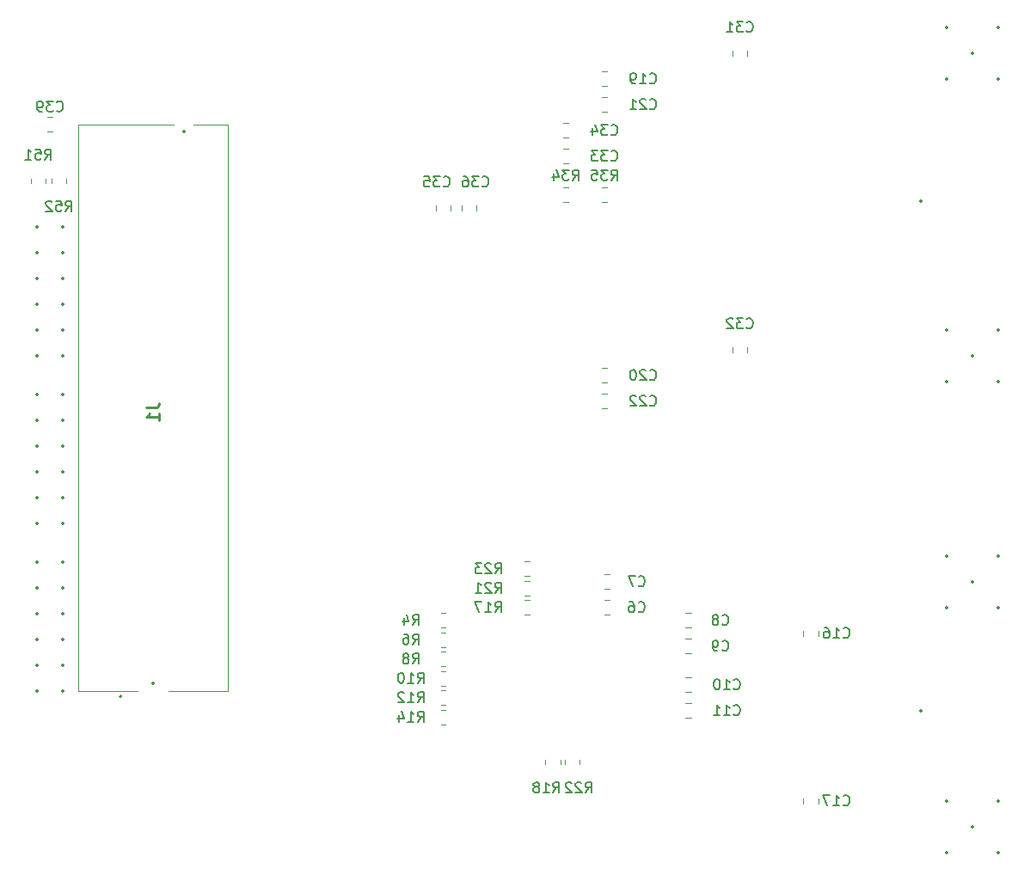
<source format=gbo>
%TF.GenerationSoftware,KiCad,Pcbnew,8.0.0*%
%TF.CreationDate,2024-09-02T00:06:45+03:00*%
%TF.ProjectId,ML605_LPC_Board_wADC_DAC,4d4c3630-355f-44c5-9043-5f426f617264,rev?*%
%TF.SameCoordinates,Original*%
%TF.FileFunction,Legend,Bot*%
%TF.FilePolarity,Positive*%
%FSLAX46Y46*%
G04 Gerber Fmt 4.6, Leading zero omitted, Abs format (unit mm)*
G04 Created by KiCad (PCBNEW 8.0.0) date 2024-09-02 00:06:45*
%MOMM*%
%LPD*%
G01*
G04 APERTURE LIST*
%ADD10C,0.254000*%
%ADD11C,0.177800*%
%ADD12C,0.100000*%
%ADD13C,0.200000*%
%ADD14C,0.120000*%
%ADD15C,0.350000*%
G04 APERTURE END LIST*
D10*
X87639318Y-93505667D02*
X88546461Y-93505667D01*
X88546461Y-93505667D02*
X88727889Y-93445190D01*
X88727889Y-93445190D02*
X88848842Y-93324238D01*
X88848842Y-93324238D02*
X88909318Y-93142809D01*
X88909318Y-93142809D02*
X88909318Y-93021857D01*
X88909318Y-94775667D02*
X88909318Y-94049952D01*
X88909318Y-94412809D02*
X87639318Y-94412809D01*
X87639318Y-94412809D02*
X87820746Y-94291857D01*
X87820746Y-94291857D02*
X87941699Y-94170905D01*
X87941699Y-94170905D02*
X88002175Y-94049952D01*
D11*
X146773142Y-85594013D02*
X146821523Y-85642394D01*
X146821523Y-85642394D02*
X146966666Y-85690774D01*
X146966666Y-85690774D02*
X147063428Y-85690774D01*
X147063428Y-85690774D02*
X147208571Y-85642394D01*
X147208571Y-85642394D02*
X147305333Y-85545632D01*
X147305333Y-85545632D02*
X147353714Y-85448870D01*
X147353714Y-85448870D02*
X147402095Y-85255346D01*
X147402095Y-85255346D02*
X147402095Y-85110203D01*
X147402095Y-85110203D02*
X147353714Y-84916679D01*
X147353714Y-84916679D02*
X147305333Y-84819917D01*
X147305333Y-84819917D02*
X147208571Y-84723155D01*
X147208571Y-84723155D02*
X147063428Y-84674774D01*
X147063428Y-84674774D02*
X146966666Y-84674774D01*
X146966666Y-84674774D02*
X146821523Y-84723155D01*
X146821523Y-84723155D02*
X146773142Y-84771536D01*
X146434476Y-84674774D02*
X145805523Y-84674774D01*
X145805523Y-84674774D02*
X146144190Y-85061822D01*
X146144190Y-85061822D02*
X145999047Y-85061822D01*
X145999047Y-85061822D02*
X145902285Y-85110203D01*
X145902285Y-85110203D02*
X145853904Y-85158584D01*
X145853904Y-85158584D02*
X145805523Y-85255346D01*
X145805523Y-85255346D02*
X145805523Y-85497251D01*
X145805523Y-85497251D02*
X145853904Y-85594013D01*
X145853904Y-85594013D02*
X145902285Y-85642394D01*
X145902285Y-85642394D02*
X145999047Y-85690774D01*
X145999047Y-85690774D02*
X146289333Y-85690774D01*
X146289333Y-85690774D02*
X146386095Y-85642394D01*
X146386095Y-85642394D02*
X146434476Y-85594013D01*
X145418476Y-84771536D02*
X145370095Y-84723155D01*
X145370095Y-84723155D02*
X145273333Y-84674774D01*
X145273333Y-84674774D02*
X145031428Y-84674774D01*
X145031428Y-84674774D02*
X144934666Y-84723155D01*
X144934666Y-84723155D02*
X144886285Y-84771536D01*
X144886285Y-84771536D02*
X144837904Y-84868298D01*
X144837904Y-84868298D02*
X144837904Y-84965060D01*
X144837904Y-84965060D02*
X144886285Y-85110203D01*
X144886285Y-85110203D02*
X145466857Y-85690774D01*
X145466857Y-85690774D02*
X144837904Y-85690774D01*
X137248142Y-90674013D02*
X137296523Y-90722394D01*
X137296523Y-90722394D02*
X137441666Y-90770774D01*
X137441666Y-90770774D02*
X137538428Y-90770774D01*
X137538428Y-90770774D02*
X137683571Y-90722394D01*
X137683571Y-90722394D02*
X137780333Y-90625632D01*
X137780333Y-90625632D02*
X137828714Y-90528870D01*
X137828714Y-90528870D02*
X137877095Y-90335346D01*
X137877095Y-90335346D02*
X137877095Y-90190203D01*
X137877095Y-90190203D02*
X137828714Y-89996679D01*
X137828714Y-89996679D02*
X137780333Y-89899917D01*
X137780333Y-89899917D02*
X137683571Y-89803155D01*
X137683571Y-89803155D02*
X137538428Y-89754774D01*
X137538428Y-89754774D02*
X137441666Y-89754774D01*
X137441666Y-89754774D02*
X137296523Y-89803155D01*
X137296523Y-89803155D02*
X137248142Y-89851536D01*
X136861095Y-89851536D02*
X136812714Y-89803155D01*
X136812714Y-89803155D02*
X136715952Y-89754774D01*
X136715952Y-89754774D02*
X136474047Y-89754774D01*
X136474047Y-89754774D02*
X136377285Y-89803155D01*
X136377285Y-89803155D02*
X136328904Y-89851536D01*
X136328904Y-89851536D02*
X136280523Y-89948298D01*
X136280523Y-89948298D02*
X136280523Y-90045060D01*
X136280523Y-90045060D02*
X136328904Y-90190203D01*
X136328904Y-90190203D02*
X136909476Y-90770774D01*
X136909476Y-90770774D02*
X136280523Y-90770774D01*
X135651571Y-89754774D02*
X135554809Y-89754774D01*
X135554809Y-89754774D02*
X135458047Y-89803155D01*
X135458047Y-89803155D02*
X135409666Y-89851536D01*
X135409666Y-89851536D02*
X135361285Y-89948298D01*
X135361285Y-89948298D02*
X135312904Y-90141822D01*
X135312904Y-90141822D02*
X135312904Y-90383727D01*
X135312904Y-90383727D02*
X135361285Y-90577251D01*
X135361285Y-90577251D02*
X135409666Y-90674013D01*
X135409666Y-90674013D02*
X135458047Y-90722394D01*
X135458047Y-90722394D02*
X135554809Y-90770774D01*
X135554809Y-90770774D02*
X135651571Y-90770774D01*
X135651571Y-90770774D02*
X135748333Y-90722394D01*
X135748333Y-90722394D02*
X135796714Y-90674013D01*
X135796714Y-90674013D02*
X135845095Y-90577251D01*
X135845095Y-90577251D02*
X135893476Y-90383727D01*
X135893476Y-90383727D02*
X135893476Y-90141822D01*
X135893476Y-90141822D02*
X135845095Y-89948298D01*
X135845095Y-89948298D02*
X135796714Y-89851536D01*
X135796714Y-89851536D02*
X135748333Y-89803155D01*
X135748333Y-89803155D02*
X135651571Y-89754774D01*
X113904332Y-116805774D02*
X114242999Y-116321965D01*
X114484904Y-116805774D02*
X114484904Y-115789774D01*
X114484904Y-115789774D02*
X114097856Y-115789774D01*
X114097856Y-115789774D02*
X114001094Y-115838155D01*
X114001094Y-115838155D02*
X113952713Y-115886536D01*
X113952713Y-115886536D02*
X113904332Y-115983298D01*
X113904332Y-115983298D02*
X113904332Y-116128441D01*
X113904332Y-116128441D02*
X113952713Y-116225203D01*
X113952713Y-116225203D02*
X114001094Y-116273584D01*
X114001094Y-116273584D02*
X114097856Y-116321965D01*
X114097856Y-116321965D02*
X114484904Y-116321965D01*
X113033475Y-115789774D02*
X113226999Y-115789774D01*
X113226999Y-115789774D02*
X113323761Y-115838155D01*
X113323761Y-115838155D02*
X113372142Y-115886536D01*
X113372142Y-115886536D02*
X113468904Y-116031679D01*
X113468904Y-116031679D02*
X113517285Y-116225203D01*
X113517285Y-116225203D02*
X113517285Y-116612251D01*
X113517285Y-116612251D02*
X113468904Y-116709013D01*
X113468904Y-116709013D02*
X113420523Y-116757394D01*
X113420523Y-116757394D02*
X113323761Y-116805774D01*
X113323761Y-116805774D02*
X113130237Y-116805774D01*
X113130237Y-116805774D02*
X113033475Y-116757394D01*
X113033475Y-116757394D02*
X112985094Y-116709013D01*
X112985094Y-116709013D02*
X112936713Y-116612251D01*
X112936713Y-116612251D02*
X112936713Y-116370346D01*
X112936713Y-116370346D02*
X112985094Y-116273584D01*
X112985094Y-116273584D02*
X113033475Y-116225203D01*
X113033475Y-116225203D02*
X113130237Y-116176822D01*
X113130237Y-116176822D02*
X113323761Y-116176822D01*
X113323761Y-116176822D02*
X113420523Y-116225203D01*
X113420523Y-116225203D02*
X113468904Y-116273584D01*
X113468904Y-116273584D02*
X113517285Y-116370346D01*
X122008142Y-113630774D02*
X122346809Y-113146965D01*
X122588714Y-113630774D02*
X122588714Y-112614774D01*
X122588714Y-112614774D02*
X122201666Y-112614774D01*
X122201666Y-112614774D02*
X122104904Y-112663155D01*
X122104904Y-112663155D02*
X122056523Y-112711536D01*
X122056523Y-112711536D02*
X122008142Y-112808298D01*
X122008142Y-112808298D02*
X122008142Y-112953441D01*
X122008142Y-112953441D02*
X122056523Y-113050203D01*
X122056523Y-113050203D02*
X122104904Y-113098584D01*
X122104904Y-113098584D02*
X122201666Y-113146965D01*
X122201666Y-113146965D02*
X122588714Y-113146965D01*
X121040523Y-113630774D02*
X121621095Y-113630774D01*
X121330809Y-113630774D02*
X121330809Y-112614774D01*
X121330809Y-112614774D02*
X121427571Y-112759917D01*
X121427571Y-112759917D02*
X121524333Y-112856679D01*
X121524333Y-112856679D02*
X121621095Y-112905060D01*
X120701857Y-112614774D02*
X120024523Y-112614774D01*
X120024523Y-112614774D02*
X120459952Y-113630774D01*
X114388142Y-120615774D02*
X114726809Y-120131965D01*
X114968714Y-120615774D02*
X114968714Y-119599774D01*
X114968714Y-119599774D02*
X114581666Y-119599774D01*
X114581666Y-119599774D02*
X114484904Y-119648155D01*
X114484904Y-119648155D02*
X114436523Y-119696536D01*
X114436523Y-119696536D02*
X114388142Y-119793298D01*
X114388142Y-119793298D02*
X114388142Y-119938441D01*
X114388142Y-119938441D02*
X114436523Y-120035203D01*
X114436523Y-120035203D02*
X114484904Y-120083584D01*
X114484904Y-120083584D02*
X114581666Y-120131965D01*
X114581666Y-120131965D02*
X114968714Y-120131965D01*
X113420523Y-120615774D02*
X114001095Y-120615774D01*
X113710809Y-120615774D02*
X113710809Y-119599774D01*
X113710809Y-119599774D02*
X113807571Y-119744917D01*
X113807571Y-119744917D02*
X113904333Y-119841679D01*
X113904333Y-119841679D02*
X114001095Y-119890060D01*
X112791571Y-119599774D02*
X112694809Y-119599774D01*
X112694809Y-119599774D02*
X112598047Y-119648155D01*
X112598047Y-119648155D02*
X112549666Y-119696536D01*
X112549666Y-119696536D02*
X112501285Y-119793298D01*
X112501285Y-119793298D02*
X112452904Y-119986822D01*
X112452904Y-119986822D02*
X112452904Y-120228727D01*
X112452904Y-120228727D02*
X112501285Y-120422251D01*
X112501285Y-120422251D02*
X112549666Y-120519013D01*
X112549666Y-120519013D02*
X112598047Y-120567394D01*
X112598047Y-120567394D02*
X112694809Y-120615774D01*
X112694809Y-120615774D02*
X112791571Y-120615774D01*
X112791571Y-120615774D02*
X112888333Y-120567394D01*
X112888333Y-120567394D02*
X112936714Y-120519013D01*
X112936714Y-120519013D02*
X112985095Y-120422251D01*
X112985095Y-120422251D02*
X113033476Y-120228727D01*
X113033476Y-120228727D02*
X113033476Y-119986822D01*
X113033476Y-119986822D02*
X112985095Y-119793298D01*
X112985095Y-119793298D02*
X112936714Y-119696536D01*
X112936714Y-119696536D02*
X112888333Y-119648155D01*
X112888333Y-119648155D02*
X112791571Y-119599774D01*
X156298142Y-132584013D02*
X156346523Y-132632394D01*
X156346523Y-132632394D02*
X156491666Y-132680774D01*
X156491666Y-132680774D02*
X156588428Y-132680774D01*
X156588428Y-132680774D02*
X156733571Y-132632394D01*
X156733571Y-132632394D02*
X156830333Y-132535632D01*
X156830333Y-132535632D02*
X156878714Y-132438870D01*
X156878714Y-132438870D02*
X156927095Y-132245346D01*
X156927095Y-132245346D02*
X156927095Y-132100203D01*
X156927095Y-132100203D02*
X156878714Y-131906679D01*
X156878714Y-131906679D02*
X156830333Y-131809917D01*
X156830333Y-131809917D02*
X156733571Y-131713155D01*
X156733571Y-131713155D02*
X156588428Y-131664774D01*
X156588428Y-131664774D02*
X156491666Y-131664774D01*
X156491666Y-131664774D02*
X156346523Y-131713155D01*
X156346523Y-131713155D02*
X156298142Y-131761536D01*
X155330523Y-132680774D02*
X155911095Y-132680774D01*
X155620809Y-132680774D02*
X155620809Y-131664774D01*
X155620809Y-131664774D02*
X155717571Y-131809917D01*
X155717571Y-131809917D02*
X155814333Y-131906679D01*
X155814333Y-131906679D02*
X155911095Y-131955060D01*
X154991857Y-131664774D02*
X154314523Y-131664774D01*
X154314523Y-131664774D02*
X154749952Y-132680774D01*
X120738142Y-71624013D02*
X120786523Y-71672394D01*
X120786523Y-71672394D02*
X120931666Y-71720774D01*
X120931666Y-71720774D02*
X121028428Y-71720774D01*
X121028428Y-71720774D02*
X121173571Y-71672394D01*
X121173571Y-71672394D02*
X121270333Y-71575632D01*
X121270333Y-71575632D02*
X121318714Y-71478870D01*
X121318714Y-71478870D02*
X121367095Y-71285346D01*
X121367095Y-71285346D02*
X121367095Y-71140203D01*
X121367095Y-71140203D02*
X121318714Y-70946679D01*
X121318714Y-70946679D02*
X121270333Y-70849917D01*
X121270333Y-70849917D02*
X121173571Y-70753155D01*
X121173571Y-70753155D02*
X121028428Y-70704774D01*
X121028428Y-70704774D02*
X120931666Y-70704774D01*
X120931666Y-70704774D02*
X120786523Y-70753155D01*
X120786523Y-70753155D02*
X120738142Y-70801536D01*
X120399476Y-70704774D02*
X119770523Y-70704774D01*
X119770523Y-70704774D02*
X120109190Y-71091822D01*
X120109190Y-71091822D02*
X119964047Y-71091822D01*
X119964047Y-71091822D02*
X119867285Y-71140203D01*
X119867285Y-71140203D02*
X119818904Y-71188584D01*
X119818904Y-71188584D02*
X119770523Y-71285346D01*
X119770523Y-71285346D02*
X119770523Y-71527251D01*
X119770523Y-71527251D02*
X119818904Y-71624013D01*
X119818904Y-71624013D02*
X119867285Y-71672394D01*
X119867285Y-71672394D02*
X119964047Y-71720774D01*
X119964047Y-71720774D02*
X120254333Y-71720774D01*
X120254333Y-71720774D02*
X120351095Y-71672394D01*
X120351095Y-71672394D02*
X120399476Y-71624013D01*
X118899666Y-70704774D02*
X119093190Y-70704774D01*
X119093190Y-70704774D02*
X119189952Y-70753155D01*
X119189952Y-70753155D02*
X119238333Y-70801536D01*
X119238333Y-70801536D02*
X119335095Y-70946679D01*
X119335095Y-70946679D02*
X119383476Y-71140203D01*
X119383476Y-71140203D02*
X119383476Y-71527251D01*
X119383476Y-71527251D02*
X119335095Y-71624013D01*
X119335095Y-71624013D02*
X119286714Y-71672394D01*
X119286714Y-71672394D02*
X119189952Y-71720774D01*
X119189952Y-71720774D02*
X118996428Y-71720774D01*
X118996428Y-71720774D02*
X118899666Y-71672394D01*
X118899666Y-71672394D02*
X118851285Y-71624013D01*
X118851285Y-71624013D02*
X118802904Y-71527251D01*
X118802904Y-71527251D02*
X118802904Y-71285346D01*
X118802904Y-71285346D02*
X118851285Y-71188584D01*
X118851285Y-71188584D02*
X118899666Y-71140203D01*
X118899666Y-71140203D02*
X118996428Y-71091822D01*
X118996428Y-71091822D02*
X119189952Y-71091822D01*
X119189952Y-71091822D02*
X119286714Y-71140203D01*
X119286714Y-71140203D02*
X119335095Y-71188584D01*
X119335095Y-71188584D02*
X119383476Y-71285346D01*
X113904332Y-118710774D02*
X114242999Y-118226965D01*
X114484904Y-118710774D02*
X114484904Y-117694774D01*
X114484904Y-117694774D02*
X114097856Y-117694774D01*
X114097856Y-117694774D02*
X114001094Y-117743155D01*
X114001094Y-117743155D02*
X113952713Y-117791536D01*
X113952713Y-117791536D02*
X113904332Y-117888298D01*
X113904332Y-117888298D02*
X113904332Y-118033441D01*
X113904332Y-118033441D02*
X113952713Y-118130203D01*
X113952713Y-118130203D02*
X114001094Y-118178584D01*
X114001094Y-118178584D02*
X114097856Y-118226965D01*
X114097856Y-118226965D02*
X114484904Y-118226965D01*
X113323761Y-118130203D02*
X113420523Y-118081822D01*
X113420523Y-118081822D02*
X113468904Y-118033441D01*
X113468904Y-118033441D02*
X113517285Y-117936679D01*
X113517285Y-117936679D02*
X113517285Y-117888298D01*
X113517285Y-117888298D02*
X113468904Y-117791536D01*
X113468904Y-117791536D02*
X113420523Y-117743155D01*
X113420523Y-117743155D02*
X113323761Y-117694774D01*
X113323761Y-117694774D02*
X113130237Y-117694774D01*
X113130237Y-117694774D02*
X113033475Y-117743155D01*
X113033475Y-117743155D02*
X112985094Y-117791536D01*
X112985094Y-117791536D02*
X112936713Y-117888298D01*
X112936713Y-117888298D02*
X112936713Y-117936679D01*
X112936713Y-117936679D02*
X112985094Y-118033441D01*
X112985094Y-118033441D02*
X113033475Y-118081822D01*
X113033475Y-118081822D02*
X113130237Y-118130203D01*
X113130237Y-118130203D02*
X113323761Y-118130203D01*
X113323761Y-118130203D02*
X113420523Y-118178584D01*
X113420523Y-118178584D02*
X113468904Y-118226965D01*
X113468904Y-118226965D02*
X113517285Y-118323727D01*
X113517285Y-118323727D02*
X113517285Y-118517251D01*
X113517285Y-118517251D02*
X113468904Y-118614013D01*
X113468904Y-118614013D02*
X113420523Y-118662394D01*
X113420523Y-118662394D02*
X113323761Y-118710774D01*
X113323761Y-118710774D02*
X113130237Y-118710774D01*
X113130237Y-118710774D02*
X113033475Y-118662394D01*
X113033475Y-118662394D02*
X112985094Y-118614013D01*
X112985094Y-118614013D02*
X112936713Y-118517251D01*
X112936713Y-118517251D02*
X112936713Y-118323727D01*
X112936713Y-118323727D02*
X112985094Y-118226965D01*
X112985094Y-118226965D02*
X113033475Y-118178584D01*
X113033475Y-118178584D02*
X113130237Y-118130203D01*
X136129332Y-110994013D02*
X136177713Y-111042394D01*
X136177713Y-111042394D02*
X136322856Y-111090774D01*
X136322856Y-111090774D02*
X136419618Y-111090774D01*
X136419618Y-111090774D02*
X136564761Y-111042394D01*
X136564761Y-111042394D02*
X136661523Y-110945632D01*
X136661523Y-110945632D02*
X136709904Y-110848870D01*
X136709904Y-110848870D02*
X136758285Y-110655346D01*
X136758285Y-110655346D02*
X136758285Y-110510203D01*
X136758285Y-110510203D02*
X136709904Y-110316679D01*
X136709904Y-110316679D02*
X136661523Y-110219917D01*
X136661523Y-110219917D02*
X136564761Y-110123155D01*
X136564761Y-110123155D02*
X136419618Y-110074774D01*
X136419618Y-110074774D02*
X136322856Y-110074774D01*
X136322856Y-110074774D02*
X136177713Y-110123155D01*
X136177713Y-110123155D02*
X136129332Y-110171536D01*
X135790666Y-110074774D02*
X135113332Y-110074774D01*
X135113332Y-110074774D02*
X135548761Y-111090774D01*
X133438142Y-66544013D02*
X133486523Y-66592394D01*
X133486523Y-66592394D02*
X133631666Y-66640774D01*
X133631666Y-66640774D02*
X133728428Y-66640774D01*
X133728428Y-66640774D02*
X133873571Y-66592394D01*
X133873571Y-66592394D02*
X133970333Y-66495632D01*
X133970333Y-66495632D02*
X134018714Y-66398870D01*
X134018714Y-66398870D02*
X134067095Y-66205346D01*
X134067095Y-66205346D02*
X134067095Y-66060203D01*
X134067095Y-66060203D02*
X134018714Y-65866679D01*
X134018714Y-65866679D02*
X133970333Y-65769917D01*
X133970333Y-65769917D02*
X133873571Y-65673155D01*
X133873571Y-65673155D02*
X133728428Y-65624774D01*
X133728428Y-65624774D02*
X133631666Y-65624774D01*
X133631666Y-65624774D02*
X133486523Y-65673155D01*
X133486523Y-65673155D02*
X133438142Y-65721536D01*
X133099476Y-65624774D02*
X132470523Y-65624774D01*
X132470523Y-65624774D02*
X132809190Y-66011822D01*
X132809190Y-66011822D02*
X132664047Y-66011822D01*
X132664047Y-66011822D02*
X132567285Y-66060203D01*
X132567285Y-66060203D02*
X132518904Y-66108584D01*
X132518904Y-66108584D02*
X132470523Y-66205346D01*
X132470523Y-66205346D02*
X132470523Y-66447251D01*
X132470523Y-66447251D02*
X132518904Y-66544013D01*
X132518904Y-66544013D02*
X132567285Y-66592394D01*
X132567285Y-66592394D02*
X132664047Y-66640774D01*
X132664047Y-66640774D02*
X132954333Y-66640774D01*
X132954333Y-66640774D02*
X133051095Y-66592394D01*
X133051095Y-66592394D02*
X133099476Y-66544013D01*
X131599666Y-65963441D02*
X131599666Y-66640774D01*
X131841571Y-65576394D02*
X132083476Y-66302108D01*
X132083476Y-66302108D02*
X131454523Y-66302108D01*
X127723142Y-131410774D02*
X128061809Y-130926965D01*
X128303714Y-131410774D02*
X128303714Y-130394774D01*
X128303714Y-130394774D02*
X127916666Y-130394774D01*
X127916666Y-130394774D02*
X127819904Y-130443155D01*
X127819904Y-130443155D02*
X127771523Y-130491536D01*
X127771523Y-130491536D02*
X127723142Y-130588298D01*
X127723142Y-130588298D02*
X127723142Y-130733441D01*
X127723142Y-130733441D02*
X127771523Y-130830203D01*
X127771523Y-130830203D02*
X127819904Y-130878584D01*
X127819904Y-130878584D02*
X127916666Y-130926965D01*
X127916666Y-130926965D02*
X128303714Y-130926965D01*
X126755523Y-131410774D02*
X127336095Y-131410774D01*
X127045809Y-131410774D02*
X127045809Y-130394774D01*
X127045809Y-130394774D02*
X127142571Y-130539917D01*
X127142571Y-130539917D02*
X127239333Y-130636679D01*
X127239333Y-130636679D02*
X127336095Y-130685060D01*
X126174952Y-130830203D02*
X126271714Y-130781822D01*
X126271714Y-130781822D02*
X126320095Y-130733441D01*
X126320095Y-130733441D02*
X126368476Y-130636679D01*
X126368476Y-130636679D02*
X126368476Y-130588298D01*
X126368476Y-130588298D02*
X126320095Y-130491536D01*
X126320095Y-130491536D02*
X126271714Y-130443155D01*
X126271714Y-130443155D02*
X126174952Y-130394774D01*
X126174952Y-130394774D02*
X125981428Y-130394774D01*
X125981428Y-130394774D02*
X125884666Y-130443155D01*
X125884666Y-130443155D02*
X125836285Y-130491536D01*
X125836285Y-130491536D02*
X125787904Y-130588298D01*
X125787904Y-130588298D02*
X125787904Y-130636679D01*
X125787904Y-130636679D02*
X125836285Y-130733441D01*
X125836285Y-130733441D02*
X125884666Y-130781822D01*
X125884666Y-130781822D02*
X125981428Y-130830203D01*
X125981428Y-130830203D02*
X126174952Y-130830203D01*
X126174952Y-130830203D02*
X126271714Y-130878584D01*
X126271714Y-130878584D02*
X126320095Y-130926965D01*
X126320095Y-130926965D02*
X126368476Y-131023727D01*
X126368476Y-131023727D02*
X126368476Y-131217251D01*
X126368476Y-131217251D02*
X126320095Y-131314013D01*
X126320095Y-131314013D02*
X126271714Y-131362394D01*
X126271714Y-131362394D02*
X126174952Y-131410774D01*
X126174952Y-131410774D02*
X125981428Y-131410774D01*
X125981428Y-131410774D02*
X125884666Y-131362394D01*
X125884666Y-131362394D02*
X125836285Y-131314013D01*
X125836285Y-131314013D02*
X125787904Y-131217251D01*
X125787904Y-131217251D02*
X125787904Y-131023727D01*
X125787904Y-131023727D02*
X125836285Y-130926965D01*
X125836285Y-130926965D02*
X125884666Y-130878584D01*
X125884666Y-130878584D02*
X125981428Y-130830203D01*
X114388142Y-122520774D02*
X114726809Y-122036965D01*
X114968714Y-122520774D02*
X114968714Y-121504774D01*
X114968714Y-121504774D02*
X114581666Y-121504774D01*
X114581666Y-121504774D02*
X114484904Y-121553155D01*
X114484904Y-121553155D02*
X114436523Y-121601536D01*
X114436523Y-121601536D02*
X114388142Y-121698298D01*
X114388142Y-121698298D02*
X114388142Y-121843441D01*
X114388142Y-121843441D02*
X114436523Y-121940203D01*
X114436523Y-121940203D02*
X114484904Y-121988584D01*
X114484904Y-121988584D02*
X114581666Y-122036965D01*
X114581666Y-122036965D02*
X114968714Y-122036965D01*
X113420523Y-122520774D02*
X114001095Y-122520774D01*
X113710809Y-122520774D02*
X113710809Y-121504774D01*
X113710809Y-121504774D02*
X113807571Y-121649917D01*
X113807571Y-121649917D02*
X113904333Y-121746679D01*
X113904333Y-121746679D02*
X114001095Y-121795060D01*
X113033476Y-121601536D02*
X112985095Y-121553155D01*
X112985095Y-121553155D02*
X112888333Y-121504774D01*
X112888333Y-121504774D02*
X112646428Y-121504774D01*
X112646428Y-121504774D02*
X112549666Y-121553155D01*
X112549666Y-121553155D02*
X112501285Y-121601536D01*
X112501285Y-121601536D02*
X112452904Y-121698298D01*
X112452904Y-121698298D02*
X112452904Y-121795060D01*
X112452904Y-121795060D02*
X112501285Y-121940203D01*
X112501285Y-121940203D02*
X113081857Y-122520774D01*
X113081857Y-122520774D02*
X112452904Y-122520774D01*
X129628142Y-71085774D02*
X129966809Y-70601965D01*
X130208714Y-71085774D02*
X130208714Y-70069774D01*
X130208714Y-70069774D02*
X129821666Y-70069774D01*
X129821666Y-70069774D02*
X129724904Y-70118155D01*
X129724904Y-70118155D02*
X129676523Y-70166536D01*
X129676523Y-70166536D02*
X129628142Y-70263298D01*
X129628142Y-70263298D02*
X129628142Y-70408441D01*
X129628142Y-70408441D02*
X129676523Y-70505203D01*
X129676523Y-70505203D02*
X129724904Y-70553584D01*
X129724904Y-70553584D02*
X129821666Y-70601965D01*
X129821666Y-70601965D02*
X130208714Y-70601965D01*
X129289476Y-70069774D02*
X128660523Y-70069774D01*
X128660523Y-70069774D02*
X128999190Y-70456822D01*
X128999190Y-70456822D02*
X128854047Y-70456822D01*
X128854047Y-70456822D02*
X128757285Y-70505203D01*
X128757285Y-70505203D02*
X128708904Y-70553584D01*
X128708904Y-70553584D02*
X128660523Y-70650346D01*
X128660523Y-70650346D02*
X128660523Y-70892251D01*
X128660523Y-70892251D02*
X128708904Y-70989013D01*
X128708904Y-70989013D02*
X128757285Y-71037394D01*
X128757285Y-71037394D02*
X128854047Y-71085774D01*
X128854047Y-71085774D02*
X129144333Y-71085774D01*
X129144333Y-71085774D02*
X129241095Y-71037394D01*
X129241095Y-71037394D02*
X129289476Y-70989013D01*
X127789666Y-70408441D02*
X127789666Y-71085774D01*
X128031571Y-70021394D02*
X128273476Y-70747108D01*
X128273476Y-70747108D02*
X127644523Y-70747108D01*
X79717142Y-74133774D02*
X80055809Y-73649965D01*
X80297714Y-74133774D02*
X80297714Y-73117774D01*
X80297714Y-73117774D02*
X79910666Y-73117774D01*
X79910666Y-73117774D02*
X79813904Y-73166155D01*
X79813904Y-73166155D02*
X79765523Y-73214536D01*
X79765523Y-73214536D02*
X79717142Y-73311298D01*
X79717142Y-73311298D02*
X79717142Y-73456441D01*
X79717142Y-73456441D02*
X79765523Y-73553203D01*
X79765523Y-73553203D02*
X79813904Y-73601584D01*
X79813904Y-73601584D02*
X79910666Y-73649965D01*
X79910666Y-73649965D02*
X80297714Y-73649965D01*
X78797904Y-73117774D02*
X79281714Y-73117774D01*
X79281714Y-73117774D02*
X79330095Y-73601584D01*
X79330095Y-73601584D02*
X79281714Y-73553203D01*
X79281714Y-73553203D02*
X79184952Y-73504822D01*
X79184952Y-73504822D02*
X78943047Y-73504822D01*
X78943047Y-73504822D02*
X78846285Y-73553203D01*
X78846285Y-73553203D02*
X78797904Y-73601584D01*
X78797904Y-73601584D02*
X78749523Y-73698346D01*
X78749523Y-73698346D02*
X78749523Y-73940251D01*
X78749523Y-73940251D02*
X78797904Y-74037013D01*
X78797904Y-74037013D02*
X78846285Y-74085394D01*
X78846285Y-74085394D02*
X78943047Y-74133774D01*
X78943047Y-74133774D02*
X79184952Y-74133774D01*
X79184952Y-74133774D02*
X79281714Y-74085394D01*
X79281714Y-74085394D02*
X79330095Y-74037013D01*
X78362476Y-73214536D02*
X78314095Y-73166155D01*
X78314095Y-73166155D02*
X78217333Y-73117774D01*
X78217333Y-73117774D02*
X77975428Y-73117774D01*
X77975428Y-73117774D02*
X77878666Y-73166155D01*
X77878666Y-73166155D02*
X77830285Y-73214536D01*
X77830285Y-73214536D02*
X77781904Y-73311298D01*
X77781904Y-73311298D02*
X77781904Y-73408060D01*
X77781904Y-73408060D02*
X77830285Y-73553203D01*
X77830285Y-73553203D02*
X78410857Y-74133774D01*
X78410857Y-74133774D02*
X77781904Y-74133774D01*
X137248142Y-61464013D02*
X137296523Y-61512394D01*
X137296523Y-61512394D02*
X137441666Y-61560774D01*
X137441666Y-61560774D02*
X137538428Y-61560774D01*
X137538428Y-61560774D02*
X137683571Y-61512394D01*
X137683571Y-61512394D02*
X137780333Y-61415632D01*
X137780333Y-61415632D02*
X137828714Y-61318870D01*
X137828714Y-61318870D02*
X137877095Y-61125346D01*
X137877095Y-61125346D02*
X137877095Y-60980203D01*
X137877095Y-60980203D02*
X137828714Y-60786679D01*
X137828714Y-60786679D02*
X137780333Y-60689917D01*
X137780333Y-60689917D02*
X137683571Y-60593155D01*
X137683571Y-60593155D02*
X137538428Y-60544774D01*
X137538428Y-60544774D02*
X137441666Y-60544774D01*
X137441666Y-60544774D02*
X137296523Y-60593155D01*
X137296523Y-60593155D02*
X137248142Y-60641536D01*
X136280523Y-61560774D02*
X136861095Y-61560774D01*
X136570809Y-61560774D02*
X136570809Y-60544774D01*
X136570809Y-60544774D02*
X136667571Y-60689917D01*
X136667571Y-60689917D02*
X136764333Y-60786679D01*
X136764333Y-60786679D02*
X136861095Y-60835060D01*
X135796714Y-61560774D02*
X135603190Y-61560774D01*
X135603190Y-61560774D02*
X135506428Y-61512394D01*
X135506428Y-61512394D02*
X135458047Y-61464013D01*
X135458047Y-61464013D02*
X135361285Y-61318870D01*
X135361285Y-61318870D02*
X135312904Y-61125346D01*
X135312904Y-61125346D02*
X135312904Y-60738298D01*
X135312904Y-60738298D02*
X135361285Y-60641536D01*
X135361285Y-60641536D02*
X135409666Y-60593155D01*
X135409666Y-60593155D02*
X135506428Y-60544774D01*
X135506428Y-60544774D02*
X135699952Y-60544774D01*
X135699952Y-60544774D02*
X135796714Y-60593155D01*
X135796714Y-60593155D02*
X135845095Y-60641536D01*
X135845095Y-60641536D02*
X135893476Y-60738298D01*
X135893476Y-60738298D02*
X135893476Y-60980203D01*
X135893476Y-60980203D02*
X135845095Y-61076965D01*
X135845095Y-61076965D02*
X135796714Y-61125346D01*
X135796714Y-61125346D02*
X135699952Y-61173727D01*
X135699952Y-61173727D02*
X135506428Y-61173727D01*
X135506428Y-61173727D02*
X135409666Y-61125346D01*
X135409666Y-61125346D02*
X135361285Y-61076965D01*
X135361285Y-61076965D02*
X135312904Y-60980203D01*
X77685142Y-69053774D02*
X78023809Y-68569965D01*
X78265714Y-69053774D02*
X78265714Y-68037774D01*
X78265714Y-68037774D02*
X77878666Y-68037774D01*
X77878666Y-68037774D02*
X77781904Y-68086155D01*
X77781904Y-68086155D02*
X77733523Y-68134536D01*
X77733523Y-68134536D02*
X77685142Y-68231298D01*
X77685142Y-68231298D02*
X77685142Y-68376441D01*
X77685142Y-68376441D02*
X77733523Y-68473203D01*
X77733523Y-68473203D02*
X77781904Y-68521584D01*
X77781904Y-68521584D02*
X77878666Y-68569965D01*
X77878666Y-68569965D02*
X78265714Y-68569965D01*
X76765904Y-68037774D02*
X77249714Y-68037774D01*
X77249714Y-68037774D02*
X77298095Y-68521584D01*
X77298095Y-68521584D02*
X77249714Y-68473203D01*
X77249714Y-68473203D02*
X77152952Y-68424822D01*
X77152952Y-68424822D02*
X76911047Y-68424822D01*
X76911047Y-68424822D02*
X76814285Y-68473203D01*
X76814285Y-68473203D02*
X76765904Y-68521584D01*
X76765904Y-68521584D02*
X76717523Y-68618346D01*
X76717523Y-68618346D02*
X76717523Y-68860251D01*
X76717523Y-68860251D02*
X76765904Y-68957013D01*
X76765904Y-68957013D02*
X76814285Y-69005394D01*
X76814285Y-69005394D02*
X76911047Y-69053774D01*
X76911047Y-69053774D02*
X77152952Y-69053774D01*
X77152952Y-69053774D02*
X77249714Y-69005394D01*
X77249714Y-69005394D02*
X77298095Y-68957013D01*
X75749904Y-69053774D02*
X76330476Y-69053774D01*
X76040190Y-69053774D02*
X76040190Y-68037774D01*
X76040190Y-68037774D02*
X76136952Y-68182917D01*
X76136952Y-68182917D02*
X76233714Y-68279679D01*
X76233714Y-68279679D02*
X76330476Y-68328060D01*
X113904332Y-114900774D02*
X114242999Y-114416965D01*
X114484904Y-114900774D02*
X114484904Y-113884774D01*
X114484904Y-113884774D02*
X114097856Y-113884774D01*
X114097856Y-113884774D02*
X114001094Y-113933155D01*
X114001094Y-113933155D02*
X113952713Y-113981536D01*
X113952713Y-113981536D02*
X113904332Y-114078298D01*
X113904332Y-114078298D02*
X113904332Y-114223441D01*
X113904332Y-114223441D02*
X113952713Y-114320203D01*
X113952713Y-114320203D02*
X114001094Y-114368584D01*
X114001094Y-114368584D02*
X114097856Y-114416965D01*
X114097856Y-114416965D02*
X114484904Y-114416965D01*
X113033475Y-114223441D02*
X113033475Y-114900774D01*
X113275380Y-113836394D02*
X113517285Y-114562108D01*
X113517285Y-114562108D02*
X112888332Y-114562108D01*
X122008142Y-111725774D02*
X122346809Y-111241965D01*
X122588714Y-111725774D02*
X122588714Y-110709774D01*
X122588714Y-110709774D02*
X122201666Y-110709774D01*
X122201666Y-110709774D02*
X122104904Y-110758155D01*
X122104904Y-110758155D02*
X122056523Y-110806536D01*
X122056523Y-110806536D02*
X122008142Y-110903298D01*
X122008142Y-110903298D02*
X122008142Y-111048441D01*
X122008142Y-111048441D02*
X122056523Y-111145203D01*
X122056523Y-111145203D02*
X122104904Y-111193584D01*
X122104904Y-111193584D02*
X122201666Y-111241965D01*
X122201666Y-111241965D02*
X122588714Y-111241965D01*
X121621095Y-110806536D02*
X121572714Y-110758155D01*
X121572714Y-110758155D02*
X121475952Y-110709774D01*
X121475952Y-110709774D02*
X121234047Y-110709774D01*
X121234047Y-110709774D02*
X121137285Y-110758155D01*
X121137285Y-110758155D02*
X121088904Y-110806536D01*
X121088904Y-110806536D02*
X121040523Y-110903298D01*
X121040523Y-110903298D02*
X121040523Y-111000060D01*
X121040523Y-111000060D02*
X121088904Y-111145203D01*
X121088904Y-111145203D02*
X121669476Y-111725774D01*
X121669476Y-111725774D02*
X121040523Y-111725774D01*
X120072904Y-111725774D02*
X120653476Y-111725774D01*
X120363190Y-111725774D02*
X120363190Y-110709774D01*
X120363190Y-110709774D02*
X120459952Y-110854917D01*
X120459952Y-110854917D02*
X120556714Y-110951679D01*
X120556714Y-110951679D02*
X120653476Y-111000060D01*
X122008142Y-109820774D02*
X122346809Y-109336965D01*
X122588714Y-109820774D02*
X122588714Y-108804774D01*
X122588714Y-108804774D02*
X122201666Y-108804774D01*
X122201666Y-108804774D02*
X122104904Y-108853155D01*
X122104904Y-108853155D02*
X122056523Y-108901536D01*
X122056523Y-108901536D02*
X122008142Y-108998298D01*
X122008142Y-108998298D02*
X122008142Y-109143441D01*
X122008142Y-109143441D02*
X122056523Y-109240203D01*
X122056523Y-109240203D02*
X122104904Y-109288584D01*
X122104904Y-109288584D02*
X122201666Y-109336965D01*
X122201666Y-109336965D02*
X122588714Y-109336965D01*
X121621095Y-108901536D02*
X121572714Y-108853155D01*
X121572714Y-108853155D02*
X121475952Y-108804774D01*
X121475952Y-108804774D02*
X121234047Y-108804774D01*
X121234047Y-108804774D02*
X121137285Y-108853155D01*
X121137285Y-108853155D02*
X121088904Y-108901536D01*
X121088904Y-108901536D02*
X121040523Y-108998298D01*
X121040523Y-108998298D02*
X121040523Y-109095060D01*
X121040523Y-109095060D02*
X121088904Y-109240203D01*
X121088904Y-109240203D02*
X121669476Y-109820774D01*
X121669476Y-109820774D02*
X121040523Y-109820774D01*
X120701857Y-108804774D02*
X120072904Y-108804774D01*
X120072904Y-108804774D02*
X120411571Y-109191822D01*
X120411571Y-109191822D02*
X120266428Y-109191822D01*
X120266428Y-109191822D02*
X120169666Y-109240203D01*
X120169666Y-109240203D02*
X120121285Y-109288584D01*
X120121285Y-109288584D02*
X120072904Y-109385346D01*
X120072904Y-109385346D02*
X120072904Y-109627251D01*
X120072904Y-109627251D02*
X120121285Y-109724013D01*
X120121285Y-109724013D02*
X120169666Y-109772394D01*
X120169666Y-109772394D02*
X120266428Y-109820774D01*
X120266428Y-109820774D02*
X120556714Y-109820774D01*
X120556714Y-109820774D02*
X120653476Y-109772394D01*
X120653476Y-109772394D02*
X120701857Y-109724013D01*
X145503142Y-123694013D02*
X145551523Y-123742394D01*
X145551523Y-123742394D02*
X145696666Y-123790774D01*
X145696666Y-123790774D02*
X145793428Y-123790774D01*
X145793428Y-123790774D02*
X145938571Y-123742394D01*
X145938571Y-123742394D02*
X146035333Y-123645632D01*
X146035333Y-123645632D02*
X146083714Y-123548870D01*
X146083714Y-123548870D02*
X146132095Y-123355346D01*
X146132095Y-123355346D02*
X146132095Y-123210203D01*
X146132095Y-123210203D02*
X146083714Y-123016679D01*
X146083714Y-123016679D02*
X146035333Y-122919917D01*
X146035333Y-122919917D02*
X145938571Y-122823155D01*
X145938571Y-122823155D02*
X145793428Y-122774774D01*
X145793428Y-122774774D02*
X145696666Y-122774774D01*
X145696666Y-122774774D02*
X145551523Y-122823155D01*
X145551523Y-122823155D02*
X145503142Y-122871536D01*
X144535523Y-123790774D02*
X145116095Y-123790774D01*
X144825809Y-123790774D02*
X144825809Y-122774774D01*
X144825809Y-122774774D02*
X144922571Y-122919917D01*
X144922571Y-122919917D02*
X145019333Y-123016679D01*
X145019333Y-123016679D02*
X145116095Y-123065060D01*
X143567904Y-123790774D02*
X144148476Y-123790774D01*
X143858190Y-123790774D02*
X143858190Y-122774774D01*
X143858190Y-122774774D02*
X143954952Y-122919917D01*
X143954952Y-122919917D02*
X144051714Y-123016679D01*
X144051714Y-123016679D02*
X144148476Y-123065060D01*
X145503142Y-121154013D02*
X145551523Y-121202394D01*
X145551523Y-121202394D02*
X145696666Y-121250774D01*
X145696666Y-121250774D02*
X145793428Y-121250774D01*
X145793428Y-121250774D02*
X145938571Y-121202394D01*
X145938571Y-121202394D02*
X146035333Y-121105632D01*
X146035333Y-121105632D02*
X146083714Y-121008870D01*
X146083714Y-121008870D02*
X146132095Y-120815346D01*
X146132095Y-120815346D02*
X146132095Y-120670203D01*
X146132095Y-120670203D02*
X146083714Y-120476679D01*
X146083714Y-120476679D02*
X146035333Y-120379917D01*
X146035333Y-120379917D02*
X145938571Y-120283155D01*
X145938571Y-120283155D02*
X145793428Y-120234774D01*
X145793428Y-120234774D02*
X145696666Y-120234774D01*
X145696666Y-120234774D02*
X145551523Y-120283155D01*
X145551523Y-120283155D02*
X145503142Y-120331536D01*
X144535523Y-121250774D02*
X145116095Y-121250774D01*
X144825809Y-121250774D02*
X144825809Y-120234774D01*
X144825809Y-120234774D02*
X144922571Y-120379917D01*
X144922571Y-120379917D02*
X145019333Y-120476679D01*
X145019333Y-120476679D02*
X145116095Y-120525060D01*
X143906571Y-120234774D02*
X143809809Y-120234774D01*
X143809809Y-120234774D02*
X143713047Y-120283155D01*
X143713047Y-120283155D02*
X143664666Y-120331536D01*
X143664666Y-120331536D02*
X143616285Y-120428298D01*
X143616285Y-120428298D02*
X143567904Y-120621822D01*
X143567904Y-120621822D02*
X143567904Y-120863727D01*
X143567904Y-120863727D02*
X143616285Y-121057251D01*
X143616285Y-121057251D02*
X143664666Y-121154013D01*
X143664666Y-121154013D02*
X143713047Y-121202394D01*
X143713047Y-121202394D02*
X143809809Y-121250774D01*
X143809809Y-121250774D02*
X143906571Y-121250774D01*
X143906571Y-121250774D02*
X144003333Y-121202394D01*
X144003333Y-121202394D02*
X144051714Y-121154013D01*
X144051714Y-121154013D02*
X144100095Y-121057251D01*
X144100095Y-121057251D02*
X144148476Y-120863727D01*
X144148476Y-120863727D02*
X144148476Y-120621822D01*
X144148476Y-120621822D02*
X144100095Y-120428298D01*
X144100095Y-120428298D02*
X144051714Y-120331536D01*
X144051714Y-120331536D02*
X144003333Y-120283155D01*
X144003333Y-120283155D02*
X143906571Y-120234774D01*
X137248142Y-93214013D02*
X137296523Y-93262394D01*
X137296523Y-93262394D02*
X137441666Y-93310774D01*
X137441666Y-93310774D02*
X137538428Y-93310774D01*
X137538428Y-93310774D02*
X137683571Y-93262394D01*
X137683571Y-93262394D02*
X137780333Y-93165632D01*
X137780333Y-93165632D02*
X137828714Y-93068870D01*
X137828714Y-93068870D02*
X137877095Y-92875346D01*
X137877095Y-92875346D02*
X137877095Y-92730203D01*
X137877095Y-92730203D02*
X137828714Y-92536679D01*
X137828714Y-92536679D02*
X137780333Y-92439917D01*
X137780333Y-92439917D02*
X137683571Y-92343155D01*
X137683571Y-92343155D02*
X137538428Y-92294774D01*
X137538428Y-92294774D02*
X137441666Y-92294774D01*
X137441666Y-92294774D02*
X137296523Y-92343155D01*
X137296523Y-92343155D02*
X137248142Y-92391536D01*
X136861095Y-92391536D02*
X136812714Y-92343155D01*
X136812714Y-92343155D02*
X136715952Y-92294774D01*
X136715952Y-92294774D02*
X136474047Y-92294774D01*
X136474047Y-92294774D02*
X136377285Y-92343155D01*
X136377285Y-92343155D02*
X136328904Y-92391536D01*
X136328904Y-92391536D02*
X136280523Y-92488298D01*
X136280523Y-92488298D02*
X136280523Y-92585060D01*
X136280523Y-92585060D02*
X136328904Y-92730203D01*
X136328904Y-92730203D02*
X136909476Y-93310774D01*
X136909476Y-93310774D02*
X136280523Y-93310774D01*
X135893476Y-92391536D02*
X135845095Y-92343155D01*
X135845095Y-92343155D02*
X135748333Y-92294774D01*
X135748333Y-92294774D02*
X135506428Y-92294774D01*
X135506428Y-92294774D02*
X135409666Y-92343155D01*
X135409666Y-92343155D02*
X135361285Y-92391536D01*
X135361285Y-92391536D02*
X135312904Y-92488298D01*
X135312904Y-92488298D02*
X135312904Y-92585060D01*
X135312904Y-92585060D02*
X135361285Y-92730203D01*
X135361285Y-92730203D02*
X135941857Y-93310774D01*
X135941857Y-93310774D02*
X135312904Y-93310774D01*
X78828142Y-64229013D02*
X78876523Y-64277394D01*
X78876523Y-64277394D02*
X79021666Y-64325774D01*
X79021666Y-64325774D02*
X79118428Y-64325774D01*
X79118428Y-64325774D02*
X79263571Y-64277394D01*
X79263571Y-64277394D02*
X79360333Y-64180632D01*
X79360333Y-64180632D02*
X79408714Y-64083870D01*
X79408714Y-64083870D02*
X79457095Y-63890346D01*
X79457095Y-63890346D02*
X79457095Y-63745203D01*
X79457095Y-63745203D02*
X79408714Y-63551679D01*
X79408714Y-63551679D02*
X79360333Y-63454917D01*
X79360333Y-63454917D02*
X79263571Y-63358155D01*
X79263571Y-63358155D02*
X79118428Y-63309774D01*
X79118428Y-63309774D02*
X79021666Y-63309774D01*
X79021666Y-63309774D02*
X78876523Y-63358155D01*
X78876523Y-63358155D02*
X78828142Y-63406536D01*
X78489476Y-63309774D02*
X77860523Y-63309774D01*
X77860523Y-63309774D02*
X78199190Y-63696822D01*
X78199190Y-63696822D02*
X78054047Y-63696822D01*
X78054047Y-63696822D02*
X77957285Y-63745203D01*
X77957285Y-63745203D02*
X77908904Y-63793584D01*
X77908904Y-63793584D02*
X77860523Y-63890346D01*
X77860523Y-63890346D02*
X77860523Y-64132251D01*
X77860523Y-64132251D02*
X77908904Y-64229013D01*
X77908904Y-64229013D02*
X77957285Y-64277394D01*
X77957285Y-64277394D02*
X78054047Y-64325774D01*
X78054047Y-64325774D02*
X78344333Y-64325774D01*
X78344333Y-64325774D02*
X78441095Y-64277394D01*
X78441095Y-64277394D02*
X78489476Y-64229013D01*
X77376714Y-64325774D02*
X77183190Y-64325774D01*
X77183190Y-64325774D02*
X77086428Y-64277394D01*
X77086428Y-64277394D02*
X77038047Y-64229013D01*
X77038047Y-64229013D02*
X76941285Y-64083870D01*
X76941285Y-64083870D02*
X76892904Y-63890346D01*
X76892904Y-63890346D02*
X76892904Y-63503298D01*
X76892904Y-63503298D02*
X76941285Y-63406536D01*
X76941285Y-63406536D02*
X76989666Y-63358155D01*
X76989666Y-63358155D02*
X77086428Y-63309774D01*
X77086428Y-63309774D02*
X77279952Y-63309774D01*
X77279952Y-63309774D02*
X77376714Y-63358155D01*
X77376714Y-63358155D02*
X77425095Y-63406536D01*
X77425095Y-63406536D02*
X77473476Y-63503298D01*
X77473476Y-63503298D02*
X77473476Y-63745203D01*
X77473476Y-63745203D02*
X77425095Y-63841965D01*
X77425095Y-63841965D02*
X77376714Y-63890346D01*
X77376714Y-63890346D02*
X77279952Y-63938727D01*
X77279952Y-63938727D02*
X77086428Y-63938727D01*
X77086428Y-63938727D02*
X76989666Y-63890346D01*
X76989666Y-63890346D02*
X76941285Y-63841965D01*
X76941285Y-63841965D02*
X76892904Y-63745203D01*
X133438142Y-71085774D02*
X133776809Y-70601965D01*
X134018714Y-71085774D02*
X134018714Y-70069774D01*
X134018714Y-70069774D02*
X133631666Y-70069774D01*
X133631666Y-70069774D02*
X133534904Y-70118155D01*
X133534904Y-70118155D02*
X133486523Y-70166536D01*
X133486523Y-70166536D02*
X133438142Y-70263298D01*
X133438142Y-70263298D02*
X133438142Y-70408441D01*
X133438142Y-70408441D02*
X133486523Y-70505203D01*
X133486523Y-70505203D02*
X133534904Y-70553584D01*
X133534904Y-70553584D02*
X133631666Y-70601965D01*
X133631666Y-70601965D02*
X134018714Y-70601965D01*
X133099476Y-70069774D02*
X132470523Y-70069774D01*
X132470523Y-70069774D02*
X132809190Y-70456822D01*
X132809190Y-70456822D02*
X132664047Y-70456822D01*
X132664047Y-70456822D02*
X132567285Y-70505203D01*
X132567285Y-70505203D02*
X132518904Y-70553584D01*
X132518904Y-70553584D02*
X132470523Y-70650346D01*
X132470523Y-70650346D02*
X132470523Y-70892251D01*
X132470523Y-70892251D02*
X132518904Y-70989013D01*
X132518904Y-70989013D02*
X132567285Y-71037394D01*
X132567285Y-71037394D02*
X132664047Y-71085774D01*
X132664047Y-71085774D02*
X132954333Y-71085774D01*
X132954333Y-71085774D02*
X133051095Y-71037394D01*
X133051095Y-71037394D02*
X133099476Y-70989013D01*
X131551285Y-70069774D02*
X132035095Y-70069774D01*
X132035095Y-70069774D02*
X132083476Y-70553584D01*
X132083476Y-70553584D02*
X132035095Y-70505203D01*
X132035095Y-70505203D02*
X131938333Y-70456822D01*
X131938333Y-70456822D02*
X131696428Y-70456822D01*
X131696428Y-70456822D02*
X131599666Y-70505203D01*
X131599666Y-70505203D02*
X131551285Y-70553584D01*
X131551285Y-70553584D02*
X131502904Y-70650346D01*
X131502904Y-70650346D02*
X131502904Y-70892251D01*
X131502904Y-70892251D02*
X131551285Y-70989013D01*
X131551285Y-70989013D02*
X131599666Y-71037394D01*
X131599666Y-71037394D02*
X131696428Y-71085774D01*
X131696428Y-71085774D02*
X131938333Y-71085774D01*
X131938333Y-71085774D02*
X132035095Y-71037394D01*
X132035095Y-71037394D02*
X132083476Y-70989013D01*
X116928142Y-71624013D02*
X116976523Y-71672394D01*
X116976523Y-71672394D02*
X117121666Y-71720774D01*
X117121666Y-71720774D02*
X117218428Y-71720774D01*
X117218428Y-71720774D02*
X117363571Y-71672394D01*
X117363571Y-71672394D02*
X117460333Y-71575632D01*
X117460333Y-71575632D02*
X117508714Y-71478870D01*
X117508714Y-71478870D02*
X117557095Y-71285346D01*
X117557095Y-71285346D02*
X117557095Y-71140203D01*
X117557095Y-71140203D02*
X117508714Y-70946679D01*
X117508714Y-70946679D02*
X117460333Y-70849917D01*
X117460333Y-70849917D02*
X117363571Y-70753155D01*
X117363571Y-70753155D02*
X117218428Y-70704774D01*
X117218428Y-70704774D02*
X117121666Y-70704774D01*
X117121666Y-70704774D02*
X116976523Y-70753155D01*
X116976523Y-70753155D02*
X116928142Y-70801536D01*
X116589476Y-70704774D02*
X115960523Y-70704774D01*
X115960523Y-70704774D02*
X116299190Y-71091822D01*
X116299190Y-71091822D02*
X116154047Y-71091822D01*
X116154047Y-71091822D02*
X116057285Y-71140203D01*
X116057285Y-71140203D02*
X116008904Y-71188584D01*
X116008904Y-71188584D02*
X115960523Y-71285346D01*
X115960523Y-71285346D02*
X115960523Y-71527251D01*
X115960523Y-71527251D02*
X116008904Y-71624013D01*
X116008904Y-71624013D02*
X116057285Y-71672394D01*
X116057285Y-71672394D02*
X116154047Y-71720774D01*
X116154047Y-71720774D02*
X116444333Y-71720774D01*
X116444333Y-71720774D02*
X116541095Y-71672394D01*
X116541095Y-71672394D02*
X116589476Y-71624013D01*
X115041285Y-70704774D02*
X115525095Y-70704774D01*
X115525095Y-70704774D02*
X115573476Y-71188584D01*
X115573476Y-71188584D02*
X115525095Y-71140203D01*
X115525095Y-71140203D02*
X115428333Y-71091822D01*
X115428333Y-71091822D02*
X115186428Y-71091822D01*
X115186428Y-71091822D02*
X115089666Y-71140203D01*
X115089666Y-71140203D02*
X115041285Y-71188584D01*
X115041285Y-71188584D02*
X114992904Y-71285346D01*
X114992904Y-71285346D02*
X114992904Y-71527251D01*
X114992904Y-71527251D02*
X115041285Y-71624013D01*
X115041285Y-71624013D02*
X115089666Y-71672394D01*
X115089666Y-71672394D02*
X115186428Y-71720774D01*
X115186428Y-71720774D02*
X115428333Y-71720774D01*
X115428333Y-71720774D02*
X115525095Y-71672394D01*
X115525095Y-71672394D02*
X115573476Y-71624013D01*
X130898142Y-131410774D02*
X131236809Y-130926965D01*
X131478714Y-131410774D02*
X131478714Y-130394774D01*
X131478714Y-130394774D02*
X131091666Y-130394774D01*
X131091666Y-130394774D02*
X130994904Y-130443155D01*
X130994904Y-130443155D02*
X130946523Y-130491536D01*
X130946523Y-130491536D02*
X130898142Y-130588298D01*
X130898142Y-130588298D02*
X130898142Y-130733441D01*
X130898142Y-130733441D02*
X130946523Y-130830203D01*
X130946523Y-130830203D02*
X130994904Y-130878584D01*
X130994904Y-130878584D02*
X131091666Y-130926965D01*
X131091666Y-130926965D02*
X131478714Y-130926965D01*
X130511095Y-130491536D02*
X130462714Y-130443155D01*
X130462714Y-130443155D02*
X130365952Y-130394774D01*
X130365952Y-130394774D02*
X130124047Y-130394774D01*
X130124047Y-130394774D02*
X130027285Y-130443155D01*
X130027285Y-130443155D02*
X129978904Y-130491536D01*
X129978904Y-130491536D02*
X129930523Y-130588298D01*
X129930523Y-130588298D02*
X129930523Y-130685060D01*
X129930523Y-130685060D02*
X129978904Y-130830203D01*
X129978904Y-130830203D02*
X130559476Y-131410774D01*
X130559476Y-131410774D02*
X129930523Y-131410774D01*
X129543476Y-130491536D02*
X129495095Y-130443155D01*
X129495095Y-130443155D02*
X129398333Y-130394774D01*
X129398333Y-130394774D02*
X129156428Y-130394774D01*
X129156428Y-130394774D02*
X129059666Y-130443155D01*
X129059666Y-130443155D02*
X129011285Y-130491536D01*
X129011285Y-130491536D02*
X128962904Y-130588298D01*
X128962904Y-130588298D02*
X128962904Y-130685060D01*
X128962904Y-130685060D02*
X129011285Y-130830203D01*
X129011285Y-130830203D02*
X129591857Y-131410774D01*
X129591857Y-131410774D02*
X128962904Y-131410774D01*
X136129332Y-113534013D02*
X136177713Y-113582394D01*
X136177713Y-113582394D02*
X136322856Y-113630774D01*
X136322856Y-113630774D02*
X136419618Y-113630774D01*
X136419618Y-113630774D02*
X136564761Y-113582394D01*
X136564761Y-113582394D02*
X136661523Y-113485632D01*
X136661523Y-113485632D02*
X136709904Y-113388870D01*
X136709904Y-113388870D02*
X136758285Y-113195346D01*
X136758285Y-113195346D02*
X136758285Y-113050203D01*
X136758285Y-113050203D02*
X136709904Y-112856679D01*
X136709904Y-112856679D02*
X136661523Y-112759917D01*
X136661523Y-112759917D02*
X136564761Y-112663155D01*
X136564761Y-112663155D02*
X136419618Y-112614774D01*
X136419618Y-112614774D02*
X136322856Y-112614774D01*
X136322856Y-112614774D02*
X136177713Y-112663155D01*
X136177713Y-112663155D02*
X136129332Y-112711536D01*
X135258475Y-112614774D02*
X135451999Y-112614774D01*
X135451999Y-112614774D02*
X135548761Y-112663155D01*
X135548761Y-112663155D02*
X135597142Y-112711536D01*
X135597142Y-112711536D02*
X135693904Y-112856679D01*
X135693904Y-112856679D02*
X135742285Y-113050203D01*
X135742285Y-113050203D02*
X135742285Y-113437251D01*
X135742285Y-113437251D02*
X135693904Y-113534013D01*
X135693904Y-113534013D02*
X135645523Y-113582394D01*
X135645523Y-113582394D02*
X135548761Y-113630774D01*
X135548761Y-113630774D02*
X135355237Y-113630774D01*
X135355237Y-113630774D02*
X135258475Y-113582394D01*
X135258475Y-113582394D02*
X135210094Y-113534013D01*
X135210094Y-113534013D02*
X135161713Y-113437251D01*
X135161713Y-113437251D02*
X135161713Y-113195346D01*
X135161713Y-113195346D02*
X135210094Y-113098584D01*
X135210094Y-113098584D02*
X135258475Y-113050203D01*
X135258475Y-113050203D02*
X135355237Y-113001822D01*
X135355237Y-113001822D02*
X135548761Y-113001822D01*
X135548761Y-113001822D02*
X135645523Y-113050203D01*
X135645523Y-113050203D02*
X135693904Y-113098584D01*
X135693904Y-113098584D02*
X135742285Y-113195346D01*
X146773142Y-56384013D02*
X146821523Y-56432394D01*
X146821523Y-56432394D02*
X146966666Y-56480774D01*
X146966666Y-56480774D02*
X147063428Y-56480774D01*
X147063428Y-56480774D02*
X147208571Y-56432394D01*
X147208571Y-56432394D02*
X147305333Y-56335632D01*
X147305333Y-56335632D02*
X147353714Y-56238870D01*
X147353714Y-56238870D02*
X147402095Y-56045346D01*
X147402095Y-56045346D02*
X147402095Y-55900203D01*
X147402095Y-55900203D02*
X147353714Y-55706679D01*
X147353714Y-55706679D02*
X147305333Y-55609917D01*
X147305333Y-55609917D02*
X147208571Y-55513155D01*
X147208571Y-55513155D02*
X147063428Y-55464774D01*
X147063428Y-55464774D02*
X146966666Y-55464774D01*
X146966666Y-55464774D02*
X146821523Y-55513155D01*
X146821523Y-55513155D02*
X146773142Y-55561536D01*
X146434476Y-55464774D02*
X145805523Y-55464774D01*
X145805523Y-55464774D02*
X146144190Y-55851822D01*
X146144190Y-55851822D02*
X145999047Y-55851822D01*
X145999047Y-55851822D02*
X145902285Y-55900203D01*
X145902285Y-55900203D02*
X145853904Y-55948584D01*
X145853904Y-55948584D02*
X145805523Y-56045346D01*
X145805523Y-56045346D02*
X145805523Y-56287251D01*
X145805523Y-56287251D02*
X145853904Y-56384013D01*
X145853904Y-56384013D02*
X145902285Y-56432394D01*
X145902285Y-56432394D02*
X145999047Y-56480774D01*
X145999047Y-56480774D02*
X146289333Y-56480774D01*
X146289333Y-56480774D02*
X146386095Y-56432394D01*
X146386095Y-56432394D02*
X146434476Y-56384013D01*
X144837904Y-56480774D02*
X145418476Y-56480774D01*
X145128190Y-56480774D02*
X145128190Y-55464774D01*
X145128190Y-55464774D02*
X145224952Y-55609917D01*
X145224952Y-55609917D02*
X145321714Y-55706679D01*
X145321714Y-55706679D02*
X145418476Y-55755060D01*
X114388142Y-124425774D02*
X114726809Y-123941965D01*
X114968714Y-124425774D02*
X114968714Y-123409774D01*
X114968714Y-123409774D02*
X114581666Y-123409774D01*
X114581666Y-123409774D02*
X114484904Y-123458155D01*
X114484904Y-123458155D02*
X114436523Y-123506536D01*
X114436523Y-123506536D02*
X114388142Y-123603298D01*
X114388142Y-123603298D02*
X114388142Y-123748441D01*
X114388142Y-123748441D02*
X114436523Y-123845203D01*
X114436523Y-123845203D02*
X114484904Y-123893584D01*
X114484904Y-123893584D02*
X114581666Y-123941965D01*
X114581666Y-123941965D02*
X114968714Y-123941965D01*
X113420523Y-124425774D02*
X114001095Y-124425774D01*
X113710809Y-124425774D02*
X113710809Y-123409774D01*
X113710809Y-123409774D02*
X113807571Y-123554917D01*
X113807571Y-123554917D02*
X113904333Y-123651679D01*
X113904333Y-123651679D02*
X114001095Y-123700060D01*
X112549666Y-123748441D02*
X112549666Y-124425774D01*
X112791571Y-123361394D02*
X113033476Y-124087108D01*
X113033476Y-124087108D02*
X112404523Y-124087108D01*
X133438142Y-69084013D02*
X133486523Y-69132394D01*
X133486523Y-69132394D02*
X133631666Y-69180774D01*
X133631666Y-69180774D02*
X133728428Y-69180774D01*
X133728428Y-69180774D02*
X133873571Y-69132394D01*
X133873571Y-69132394D02*
X133970333Y-69035632D01*
X133970333Y-69035632D02*
X134018714Y-68938870D01*
X134018714Y-68938870D02*
X134067095Y-68745346D01*
X134067095Y-68745346D02*
X134067095Y-68600203D01*
X134067095Y-68600203D02*
X134018714Y-68406679D01*
X134018714Y-68406679D02*
X133970333Y-68309917D01*
X133970333Y-68309917D02*
X133873571Y-68213155D01*
X133873571Y-68213155D02*
X133728428Y-68164774D01*
X133728428Y-68164774D02*
X133631666Y-68164774D01*
X133631666Y-68164774D02*
X133486523Y-68213155D01*
X133486523Y-68213155D02*
X133438142Y-68261536D01*
X133099476Y-68164774D02*
X132470523Y-68164774D01*
X132470523Y-68164774D02*
X132809190Y-68551822D01*
X132809190Y-68551822D02*
X132664047Y-68551822D01*
X132664047Y-68551822D02*
X132567285Y-68600203D01*
X132567285Y-68600203D02*
X132518904Y-68648584D01*
X132518904Y-68648584D02*
X132470523Y-68745346D01*
X132470523Y-68745346D02*
X132470523Y-68987251D01*
X132470523Y-68987251D02*
X132518904Y-69084013D01*
X132518904Y-69084013D02*
X132567285Y-69132394D01*
X132567285Y-69132394D02*
X132664047Y-69180774D01*
X132664047Y-69180774D02*
X132954333Y-69180774D01*
X132954333Y-69180774D02*
X133051095Y-69132394D01*
X133051095Y-69132394D02*
X133099476Y-69084013D01*
X132131857Y-68164774D02*
X131502904Y-68164774D01*
X131502904Y-68164774D02*
X131841571Y-68551822D01*
X131841571Y-68551822D02*
X131696428Y-68551822D01*
X131696428Y-68551822D02*
X131599666Y-68600203D01*
X131599666Y-68600203D02*
X131551285Y-68648584D01*
X131551285Y-68648584D02*
X131502904Y-68745346D01*
X131502904Y-68745346D02*
X131502904Y-68987251D01*
X131502904Y-68987251D02*
X131551285Y-69084013D01*
X131551285Y-69084013D02*
X131599666Y-69132394D01*
X131599666Y-69132394D02*
X131696428Y-69180774D01*
X131696428Y-69180774D02*
X131986714Y-69180774D01*
X131986714Y-69180774D02*
X132083476Y-69132394D01*
X132083476Y-69132394D02*
X132131857Y-69084013D01*
X137248142Y-64004013D02*
X137296523Y-64052394D01*
X137296523Y-64052394D02*
X137441666Y-64100774D01*
X137441666Y-64100774D02*
X137538428Y-64100774D01*
X137538428Y-64100774D02*
X137683571Y-64052394D01*
X137683571Y-64052394D02*
X137780333Y-63955632D01*
X137780333Y-63955632D02*
X137828714Y-63858870D01*
X137828714Y-63858870D02*
X137877095Y-63665346D01*
X137877095Y-63665346D02*
X137877095Y-63520203D01*
X137877095Y-63520203D02*
X137828714Y-63326679D01*
X137828714Y-63326679D02*
X137780333Y-63229917D01*
X137780333Y-63229917D02*
X137683571Y-63133155D01*
X137683571Y-63133155D02*
X137538428Y-63084774D01*
X137538428Y-63084774D02*
X137441666Y-63084774D01*
X137441666Y-63084774D02*
X137296523Y-63133155D01*
X137296523Y-63133155D02*
X137248142Y-63181536D01*
X136861095Y-63181536D02*
X136812714Y-63133155D01*
X136812714Y-63133155D02*
X136715952Y-63084774D01*
X136715952Y-63084774D02*
X136474047Y-63084774D01*
X136474047Y-63084774D02*
X136377285Y-63133155D01*
X136377285Y-63133155D02*
X136328904Y-63181536D01*
X136328904Y-63181536D02*
X136280523Y-63278298D01*
X136280523Y-63278298D02*
X136280523Y-63375060D01*
X136280523Y-63375060D02*
X136328904Y-63520203D01*
X136328904Y-63520203D02*
X136909476Y-64100774D01*
X136909476Y-64100774D02*
X136280523Y-64100774D01*
X135312904Y-64100774D02*
X135893476Y-64100774D01*
X135603190Y-64100774D02*
X135603190Y-63084774D01*
X135603190Y-63084774D02*
X135699952Y-63229917D01*
X135699952Y-63229917D02*
X135796714Y-63326679D01*
X135796714Y-63326679D02*
X135893476Y-63375060D01*
X156298142Y-116074013D02*
X156346523Y-116122394D01*
X156346523Y-116122394D02*
X156491666Y-116170774D01*
X156491666Y-116170774D02*
X156588428Y-116170774D01*
X156588428Y-116170774D02*
X156733571Y-116122394D01*
X156733571Y-116122394D02*
X156830333Y-116025632D01*
X156830333Y-116025632D02*
X156878714Y-115928870D01*
X156878714Y-115928870D02*
X156927095Y-115735346D01*
X156927095Y-115735346D02*
X156927095Y-115590203D01*
X156927095Y-115590203D02*
X156878714Y-115396679D01*
X156878714Y-115396679D02*
X156830333Y-115299917D01*
X156830333Y-115299917D02*
X156733571Y-115203155D01*
X156733571Y-115203155D02*
X156588428Y-115154774D01*
X156588428Y-115154774D02*
X156491666Y-115154774D01*
X156491666Y-115154774D02*
X156346523Y-115203155D01*
X156346523Y-115203155D02*
X156298142Y-115251536D01*
X155330523Y-116170774D02*
X155911095Y-116170774D01*
X155620809Y-116170774D02*
X155620809Y-115154774D01*
X155620809Y-115154774D02*
X155717571Y-115299917D01*
X155717571Y-115299917D02*
X155814333Y-115396679D01*
X155814333Y-115396679D02*
X155911095Y-115445060D01*
X154459666Y-115154774D02*
X154653190Y-115154774D01*
X154653190Y-115154774D02*
X154749952Y-115203155D01*
X154749952Y-115203155D02*
X154798333Y-115251536D01*
X154798333Y-115251536D02*
X154895095Y-115396679D01*
X154895095Y-115396679D02*
X154943476Y-115590203D01*
X154943476Y-115590203D02*
X154943476Y-115977251D01*
X154943476Y-115977251D02*
X154895095Y-116074013D01*
X154895095Y-116074013D02*
X154846714Y-116122394D01*
X154846714Y-116122394D02*
X154749952Y-116170774D01*
X154749952Y-116170774D02*
X154556428Y-116170774D01*
X154556428Y-116170774D02*
X154459666Y-116122394D01*
X154459666Y-116122394D02*
X154411285Y-116074013D01*
X154411285Y-116074013D02*
X154362904Y-115977251D01*
X154362904Y-115977251D02*
X154362904Y-115735346D01*
X154362904Y-115735346D02*
X154411285Y-115638584D01*
X154411285Y-115638584D02*
X154459666Y-115590203D01*
X154459666Y-115590203D02*
X154556428Y-115541822D01*
X154556428Y-115541822D02*
X154749952Y-115541822D01*
X154749952Y-115541822D02*
X154846714Y-115590203D01*
X154846714Y-115590203D02*
X154895095Y-115638584D01*
X154895095Y-115638584D02*
X154943476Y-115735346D01*
X144384332Y-114804013D02*
X144432713Y-114852394D01*
X144432713Y-114852394D02*
X144577856Y-114900774D01*
X144577856Y-114900774D02*
X144674618Y-114900774D01*
X144674618Y-114900774D02*
X144819761Y-114852394D01*
X144819761Y-114852394D02*
X144916523Y-114755632D01*
X144916523Y-114755632D02*
X144964904Y-114658870D01*
X144964904Y-114658870D02*
X145013285Y-114465346D01*
X145013285Y-114465346D02*
X145013285Y-114320203D01*
X145013285Y-114320203D02*
X144964904Y-114126679D01*
X144964904Y-114126679D02*
X144916523Y-114029917D01*
X144916523Y-114029917D02*
X144819761Y-113933155D01*
X144819761Y-113933155D02*
X144674618Y-113884774D01*
X144674618Y-113884774D02*
X144577856Y-113884774D01*
X144577856Y-113884774D02*
X144432713Y-113933155D01*
X144432713Y-113933155D02*
X144384332Y-113981536D01*
X143803761Y-114320203D02*
X143900523Y-114271822D01*
X143900523Y-114271822D02*
X143948904Y-114223441D01*
X143948904Y-114223441D02*
X143997285Y-114126679D01*
X143997285Y-114126679D02*
X143997285Y-114078298D01*
X143997285Y-114078298D02*
X143948904Y-113981536D01*
X143948904Y-113981536D02*
X143900523Y-113933155D01*
X143900523Y-113933155D02*
X143803761Y-113884774D01*
X143803761Y-113884774D02*
X143610237Y-113884774D01*
X143610237Y-113884774D02*
X143513475Y-113933155D01*
X143513475Y-113933155D02*
X143465094Y-113981536D01*
X143465094Y-113981536D02*
X143416713Y-114078298D01*
X143416713Y-114078298D02*
X143416713Y-114126679D01*
X143416713Y-114126679D02*
X143465094Y-114223441D01*
X143465094Y-114223441D02*
X143513475Y-114271822D01*
X143513475Y-114271822D02*
X143610237Y-114320203D01*
X143610237Y-114320203D02*
X143803761Y-114320203D01*
X143803761Y-114320203D02*
X143900523Y-114368584D01*
X143900523Y-114368584D02*
X143948904Y-114416965D01*
X143948904Y-114416965D02*
X143997285Y-114513727D01*
X143997285Y-114513727D02*
X143997285Y-114707251D01*
X143997285Y-114707251D02*
X143948904Y-114804013D01*
X143948904Y-114804013D02*
X143900523Y-114852394D01*
X143900523Y-114852394D02*
X143803761Y-114900774D01*
X143803761Y-114900774D02*
X143610237Y-114900774D01*
X143610237Y-114900774D02*
X143513475Y-114852394D01*
X143513475Y-114852394D02*
X143465094Y-114804013D01*
X143465094Y-114804013D02*
X143416713Y-114707251D01*
X143416713Y-114707251D02*
X143416713Y-114513727D01*
X143416713Y-114513727D02*
X143465094Y-114416965D01*
X143465094Y-114416965D02*
X143513475Y-114368584D01*
X143513475Y-114368584D02*
X143610237Y-114320203D01*
X144384332Y-117344013D02*
X144432713Y-117392394D01*
X144432713Y-117392394D02*
X144577856Y-117440774D01*
X144577856Y-117440774D02*
X144674618Y-117440774D01*
X144674618Y-117440774D02*
X144819761Y-117392394D01*
X144819761Y-117392394D02*
X144916523Y-117295632D01*
X144916523Y-117295632D02*
X144964904Y-117198870D01*
X144964904Y-117198870D02*
X145013285Y-117005346D01*
X145013285Y-117005346D02*
X145013285Y-116860203D01*
X145013285Y-116860203D02*
X144964904Y-116666679D01*
X144964904Y-116666679D02*
X144916523Y-116569917D01*
X144916523Y-116569917D02*
X144819761Y-116473155D01*
X144819761Y-116473155D02*
X144674618Y-116424774D01*
X144674618Y-116424774D02*
X144577856Y-116424774D01*
X144577856Y-116424774D02*
X144432713Y-116473155D01*
X144432713Y-116473155D02*
X144384332Y-116521536D01*
X143900523Y-117440774D02*
X143706999Y-117440774D01*
X143706999Y-117440774D02*
X143610237Y-117392394D01*
X143610237Y-117392394D02*
X143561856Y-117344013D01*
X143561856Y-117344013D02*
X143465094Y-117198870D01*
X143465094Y-117198870D02*
X143416713Y-117005346D01*
X143416713Y-117005346D02*
X143416713Y-116618298D01*
X143416713Y-116618298D02*
X143465094Y-116521536D01*
X143465094Y-116521536D02*
X143513475Y-116473155D01*
X143513475Y-116473155D02*
X143610237Y-116424774D01*
X143610237Y-116424774D02*
X143803761Y-116424774D01*
X143803761Y-116424774D02*
X143900523Y-116473155D01*
X143900523Y-116473155D02*
X143948904Y-116521536D01*
X143948904Y-116521536D02*
X143997285Y-116618298D01*
X143997285Y-116618298D02*
X143997285Y-116860203D01*
X143997285Y-116860203D02*
X143948904Y-116956965D01*
X143948904Y-116956965D02*
X143900523Y-117005346D01*
X143900523Y-117005346D02*
X143803761Y-117053727D01*
X143803761Y-117053727D02*
X143610237Y-117053727D01*
X143610237Y-117053727D02*
X143513475Y-117005346D01*
X143513475Y-117005346D02*
X143465094Y-116956965D01*
X143465094Y-116956965D02*
X143416713Y-116860203D01*
D12*
%TO.C,J1*%
X80995000Y-121374000D02*
X80995000Y-65594000D01*
X80995000Y-65594000D02*
X90335000Y-65594000D01*
X95675000Y-65594000D02*
X92335000Y-65594000D01*
X95675000Y-121374000D02*
X95675000Y-65594000D01*
X86835000Y-121374000D02*
X80995000Y-121374000D01*
X89835000Y-121374000D02*
X95675000Y-121374000D01*
D13*
X85035000Y-121929000D02*
X85035000Y-121929000D01*
X85235000Y-121929000D02*
X85235000Y-121929000D01*
X85235000Y-121929000D02*
G75*
G02*
X85035000Y-121929000I-100000J0D01*
G01*
X85035000Y-121929000D02*
G75*
G02*
X85235000Y-121929000I100000J0D01*
G01*
D14*
%TO.C,C32*%
X145385000Y-88031252D02*
X145385000Y-87508748D01*
X146855000Y-88031252D02*
X146855000Y-87508748D01*
%TO.C,C20*%
X133046252Y-89575000D02*
X132523748Y-89575000D01*
X133046252Y-91045000D02*
X132523748Y-91045000D01*
%TO.C,R6*%
X116682936Y-115610000D02*
X117137064Y-115610000D01*
X116682936Y-117080000D02*
X117137064Y-117080000D01*
%TO.C,R17*%
X125392064Y-112435000D02*
X124937936Y-112435000D01*
X125392064Y-113905000D02*
X124937936Y-113905000D01*
%TO.C,R10*%
X116682936Y-119420000D02*
X117137064Y-119420000D01*
X116682936Y-120890000D02*
X117137064Y-120890000D01*
%TO.C,C17*%
X152370000Y-132481252D02*
X152370000Y-131958748D01*
X153840000Y-132481252D02*
X153840000Y-131958748D01*
%TO.C,C36*%
X118715000Y-74061252D02*
X118715000Y-73538748D01*
X120185000Y-74061252D02*
X120185000Y-73538748D01*
%TO.C,R8*%
X116682936Y-117515000D02*
X117137064Y-117515000D01*
X116682936Y-118985000D02*
X117137064Y-118985000D01*
%TO.C,C7*%
X132756248Y-109895000D02*
X133278752Y-109895000D01*
X132756248Y-111365000D02*
X133278752Y-111365000D01*
%TO.C,C34*%
X129236252Y-65445000D02*
X128713748Y-65445000D01*
X129236252Y-66915000D02*
X128713748Y-66915000D01*
%TO.C,R18*%
X126970000Y-128637064D02*
X126970000Y-128182936D01*
X128440000Y-128637064D02*
X128440000Y-128182936D01*
%TO.C,R12*%
X116682936Y-121325000D02*
X117137064Y-121325000D01*
X116682936Y-122795000D02*
X117137064Y-122795000D01*
%TO.C,R34*%
X129202064Y-71795000D02*
X128747936Y-71795000D01*
X129202064Y-73265000D02*
X128747936Y-73265000D01*
%TO.C,R52*%
X78329000Y-70905936D02*
X78329000Y-71360064D01*
X79799000Y-70905936D02*
X79799000Y-71360064D01*
%TO.C,C19*%
X133046252Y-60365000D02*
X132523748Y-60365000D01*
X133046252Y-61835000D02*
X132523748Y-61835000D01*
%TO.C,R51*%
X76297000Y-70905936D02*
X76297000Y-71360064D01*
X77767000Y-70905936D02*
X77767000Y-71360064D01*
%TO.C,R4*%
X116682936Y-113705000D02*
X117137064Y-113705000D01*
X116682936Y-115175000D02*
X117137064Y-115175000D01*
%TO.C,R21*%
X125392064Y-110530000D02*
X124937936Y-110530000D01*
X125392064Y-112000000D02*
X124937936Y-112000000D01*
%TO.C,R23*%
X125392064Y-108625000D02*
X124937936Y-108625000D01*
X125392064Y-110095000D02*
X124937936Y-110095000D01*
%TO.C,C11*%
X141301252Y-122595000D02*
X140778748Y-122595000D01*
X141301252Y-124065000D02*
X140778748Y-124065000D01*
%TO.C,C10*%
X140778748Y-120055000D02*
X141301252Y-120055000D01*
X140778748Y-121525000D02*
X141301252Y-121525000D01*
%TO.C,C22*%
X133046252Y-92115000D02*
X132523748Y-92115000D01*
X133046252Y-93585000D02*
X132523748Y-93585000D01*
%TO.C,C39*%
X77913748Y-64810000D02*
X78436252Y-64810000D01*
X77913748Y-66280000D02*
X78436252Y-66280000D01*
%TO.C,R35*%
X133012064Y-71795000D02*
X132557936Y-71795000D01*
X133012064Y-73265000D02*
X132557936Y-73265000D01*
%TO.C,C35*%
X116175000Y-73538748D02*
X116175000Y-74061252D01*
X117645000Y-73538748D02*
X117645000Y-74061252D01*
%TO.C,R22*%
X128875000Y-128637064D02*
X128875000Y-128182936D01*
X130345000Y-128637064D02*
X130345000Y-128182936D01*
%TO.C,C6*%
X133278752Y-112435000D02*
X132756248Y-112435000D01*
X133278752Y-113905000D02*
X132756248Y-113905000D01*
%TO.C,C31*%
X145385000Y-58821252D02*
X145385000Y-58298748D01*
X146855000Y-58821252D02*
X146855000Y-58298748D01*
%TO.C,R14*%
X116682936Y-123230000D02*
X117137064Y-123230000D01*
X116682936Y-124700000D02*
X117137064Y-124700000D01*
%TO.C,C33*%
X128713748Y-67985000D02*
X129236252Y-67985000D01*
X128713748Y-69455000D02*
X129236252Y-69455000D01*
%TO.C,C21*%
X133046252Y-62905000D02*
X132523748Y-62905000D01*
X133046252Y-64375000D02*
X132523748Y-64375000D01*
%TO.C,C16*%
X152370000Y-115971252D02*
X152370000Y-115448748D01*
X153840000Y-115971252D02*
X153840000Y-115448748D01*
%TO.C,C8*%
X141301252Y-113705000D02*
X140778748Y-113705000D01*
X141301252Y-115175000D02*
X140778748Y-115175000D01*
%TO.C,C9*%
X140778748Y-116245000D02*
X141301252Y-116245000D01*
X140778748Y-117715000D02*
X141301252Y-117715000D01*
%TD*%
D15*
X91385000Y-66294000D03*
X88335000Y-120674000D03*
X163900000Y-73165000D03*
X168980000Y-58560000D03*
X166440000Y-56020000D03*
X166440000Y-61100000D03*
X171520000Y-56020000D03*
X171520000Y-61100000D03*
X163900000Y-123330000D03*
X168980000Y-88405000D03*
X166440000Y-85865000D03*
X166440000Y-90945000D03*
X171520000Y-85865000D03*
X171520000Y-90945000D03*
X76905000Y-121425000D03*
X79445000Y-121425000D03*
X76905000Y-118885000D03*
X79445000Y-118885000D03*
X76905000Y-116345000D03*
X79445000Y-116345000D03*
X76905000Y-113805000D03*
X79445000Y-113805000D03*
X76905000Y-111265000D03*
X79445000Y-111265000D03*
X76905000Y-108725000D03*
X79445000Y-108725000D03*
X168980000Y-110630000D03*
X166440000Y-108090000D03*
X166440000Y-113170000D03*
X171520000Y-108090000D03*
X171520000Y-113170000D03*
X168980000Y-134760000D03*
X166440000Y-132220000D03*
X166440000Y-137300000D03*
X171520000Y-132220000D03*
X171520000Y-137300000D03*
X76905000Y-88405000D03*
X79445000Y-88405000D03*
X76905000Y-85865000D03*
X79445000Y-85865000D03*
X76905000Y-83325000D03*
X79445000Y-83325000D03*
X76905000Y-80785000D03*
X79445000Y-80785000D03*
X76905000Y-78245000D03*
X79445000Y-78245000D03*
X76905000Y-75705000D03*
X79445000Y-75705000D03*
X76885000Y-104890000D03*
X79425000Y-104890000D03*
X76885000Y-102350000D03*
X79425000Y-102350000D03*
X76885000Y-99810000D03*
X79425000Y-99810000D03*
X76885000Y-97270000D03*
X79425000Y-97270000D03*
X76885000Y-94730000D03*
X79425000Y-94730000D03*
X76885000Y-92190000D03*
X79425000Y-92190000D03*
M02*

</source>
